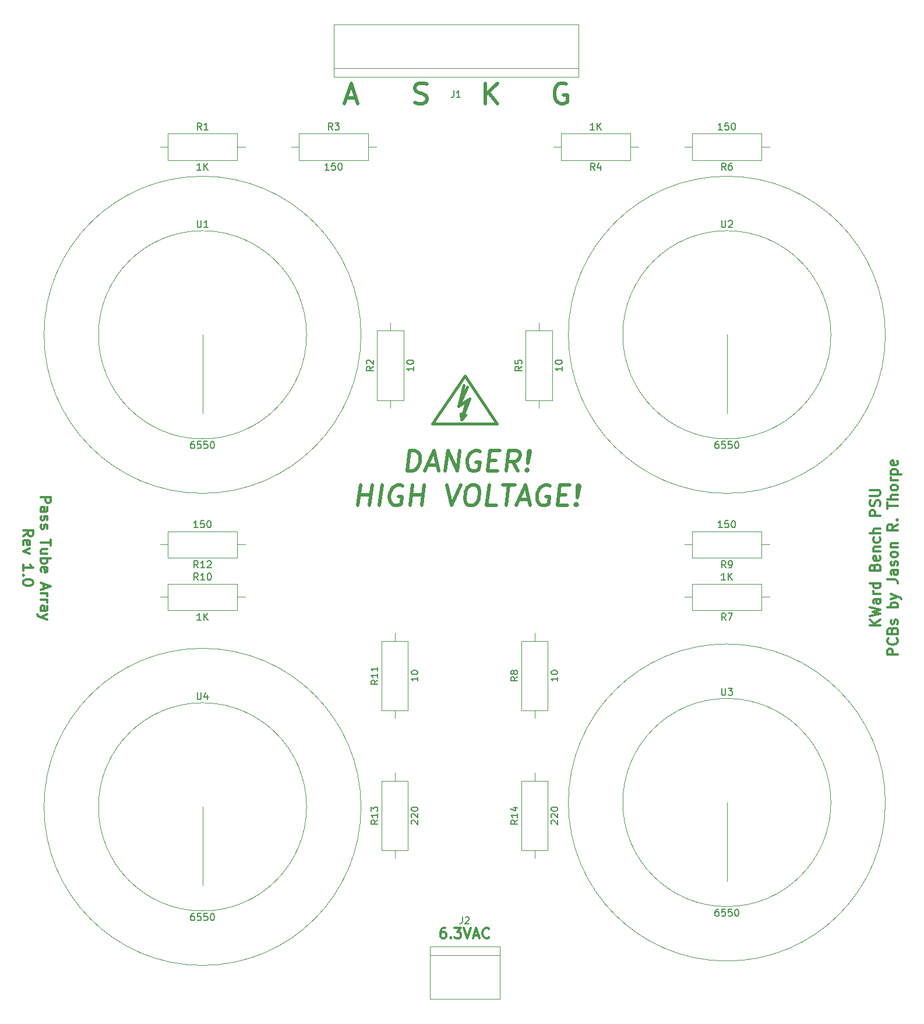
<source format=gbr>
%TF.GenerationSoftware,KiCad,Pcbnew,(5.1.12-1-10_14)*%
%TF.CreationDate,2022-01-04T15:34:02-08:00*%
%TF.ProjectId,pass-tube-array,70617373-2d74-4756-9265-2d6172726179,0.1*%
%TF.SameCoordinates,Original*%
%TF.FileFunction,Legend,Top*%
%TF.FilePolarity,Positive*%
%FSLAX46Y46*%
G04 Gerber Fmt 4.6, Leading zero omitted, Abs format (unit mm)*
G04 Created by KiCad (PCBNEW (5.1.12-1-10_14)) date 2022-01-04 15:34:02*
%MOMM*%
%LPD*%
G01*
G04 APERTURE LIST*
%ADD10C,0.500000*%
%ADD11C,0.300000*%
%ADD12C,0.120000*%
%ADD13C,0.381000*%
%ADD14C,0.150000*%
G04 APERTURE END LIST*
D10*
X225296696Y-133477142D02*
X225671696Y-130477142D01*
X226385982Y-130477142D01*
X226796696Y-130620000D01*
X227046696Y-130905714D01*
X227153839Y-131191428D01*
X227225267Y-131762857D01*
X227171696Y-132191428D01*
X226957410Y-132762857D01*
X226778839Y-133048571D01*
X226457410Y-133334285D01*
X226010982Y-133477142D01*
X225296696Y-133477142D01*
X228260982Y-132620000D02*
X229689553Y-132620000D01*
X227868125Y-133477142D02*
X229243125Y-130477142D01*
X229868125Y-133477142D01*
X230868125Y-133477142D02*
X231243125Y-130477142D01*
X232582410Y-133477142D01*
X232957410Y-130477142D01*
X235939553Y-130620000D02*
X235671696Y-130477142D01*
X235243125Y-130477142D01*
X234796696Y-130620000D01*
X234475267Y-130905714D01*
X234296696Y-131191428D01*
X234082410Y-131762857D01*
X234028839Y-132191428D01*
X234100267Y-132762857D01*
X234207410Y-133048571D01*
X234457410Y-133334285D01*
X234868125Y-133477142D01*
X235153839Y-133477142D01*
X235600267Y-133334285D01*
X235760982Y-133191428D01*
X235885982Y-132191428D01*
X235314553Y-132191428D01*
X237207410Y-131905714D02*
X238207410Y-131905714D01*
X238439553Y-133477142D02*
X237010982Y-133477142D01*
X237385982Y-130477142D01*
X238814553Y-130477142D01*
X241439553Y-133477142D02*
X240618125Y-132048571D01*
X239725267Y-133477142D02*
X240100267Y-130477142D01*
X241243125Y-130477142D01*
X241510982Y-130620000D01*
X241635982Y-130762857D01*
X241743125Y-131048571D01*
X241689553Y-131477142D01*
X241510982Y-131762857D01*
X241350267Y-131905714D01*
X241046696Y-132048571D01*
X239903839Y-132048571D01*
X242760982Y-133191428D02*
X242885982Y-133334285D01*
X242725267Y-133477142D01*
X242600267Y-133334285D01*
X242760982Y-133191428D01*
X242725267Y-133477142D01*
X242868125Y-132334285D02*
X242939553Y-130620000D01*
X243100267Y-130477142D01*
X243225267Y-130620000D01*
X242868125Y-132334285D01*
X243100267Y-130477142D01*
X218153839Y-138477142D02*
X218528839Y-135477142D01*
X218350267Y-136905714D02*
X220064553Y-136905714D01*
X219868125Y-138477142D02*
X220243125Y-135477142D01*
X221296696Y-138477142D02*
X221671696Y-135477142D01*
X224653839Y-135620000D02*
X224385982Y-135477142D01*
X223957410Y-135477142D01*
X223510982Y-135620000D01*
X223189553Y-135905714D01*
X223010982Y-136191428D01*
X222796696Y-136762857D01*
X222743125Y-137191428D01*
X222814553Y-137762857D01*
X222921696Y-138048571D01*
X223171696Y-138334285D01*
X223582410Y-138477142D01*
X223868125Y-138477142D01*
X224314553Y-138334285D01*
X224475267Y-138191428D01*
X224600267Y-137191428D01*
X224028839Y-137191428D01*
X225725267Y-138477142D02*
X226100267Y-135477142D01*
X225921696Y-136905714D02*
X227635982Y-136905714D01*
X227439553Y-138477142D02*
X227814553Y-135477142D01*
X231100267Y-135477142D02*
X231725267Y-138477142D01*
X233100267Y-135477142D01*
X234671696Y-135477142D02*
X235243125Y-135477142D01*
X235510982Y-135620000D01*
X235760982Y-135905714D01*
X235832410Y-136477142D01*
X235707410Y-137477142D01*
X235493125Y-138048571D01*
X235171696Y-138334285D01*
X234868125Y-138477142D01*
X234296696Y-138477142D01*
X234028839Y-138334285D01*
X233778839Y-138048571D01*
X233707410Y-137477142D01*
X233832410Y-136477142D01*
X234046696Y-135905714D01*
X234368125Y-135620000D01*
X234671696Y-135477142D01*
X238296696Y-138477142D02*
X236868125Y-138477142D01*
X237243125Y-135477142D01*
X239243125Y-135477142D02*
X240957410Y-135477142D01*
X239725267Y-138477142D02*
X240100267Y-135477142D01*
X241546696Y-137620000D02*
X242975267Y-137620000D01*
X241153839Y-138477142D02*
X242528839Y-135477142D01*
X243153839Y-138477142D01*
X246082410Y-135620000D02*
X245814553Y-135477142D01*
X245385982Y-135477142D01*
X244939553Y-135620000D01*
X244618125Y-135905714D01*
X244439553Y-136191428D01*
X244225267Y-136762857D01*
X244171696Y-137191428D01*
X244243125Y-137762857D01*
X244350267Y-138048571D01*
X244600267Y-138334285D01*
X245010982Y-138477142D01*
X245296696Y-138477142D01*
X245743125Y-138334285D01*
X245903839Y-138191428D01*
X246028839Y-137191428D01*
X245457410Y-137191428D01*
X247350267Y-136905714D02*
X248350267Y-136905714D01*
X248582410Y-138477142D02*
X247153839Y-138477142D01*
X247528839Y-135477142D01*
X248957410Y-135477142D01*
X249903839Y-138191428D02*
X250028839Y-138334285D01*
X249868125Y-138477142D01*
X249743125Y-138334285D01*
X249903839Y-138191428D01*
X249868125Y-138477142D01*
X250010982Y-137334285D02*
X250082410Y-135620000D01*
X250243125Y-135477142D01*
X250368125Y-135620000D01*
X250010982Y-137334285D01*
X250243125Y-135477142D01*
D11*
X172046428Y-137228571D02*
X173546428Y-137228571D01*
X173546428Y-137800000D01*
X173475000Y-137942857D01*
X173403571Y-138014285D01*
X173260714Y-138085714D01*
X173046428Y-138085714D01*
X172903571Y-138014285D01*
X172832142Y-137942857D01*
X172760714Y-137800000D01*
X172760714Y-137228571D01*
X172046428Y-139371428D02*
X172832142Y-139371428D01*
X172975000Y-139300000D01*
X173046428Y-139157142D01*
X173046428Y-138871428D01*
X172975000Y-138728571D01*
X172117857Y-139371428D02*
X172046428Y-139228571D01*
X172046428Y-138871428D01*
X172117857Y-138728571D01*
X172260714Y-138657142D01*
X172403571Y-138657142D01*
X172546428Y-138728571D01*
X172617857Y-138871428D01*
X172617857Y-139228571D01*
X172689285Y-139371428D01*
X172117857Y-140014285D02*
X172046428Y-140157142D01*
X172046428Y-140442857D01*
X172117857Y-140585714D01*
X172260714Y-140657142D01*
X172332142Y-140657142D01*
X172475000Y-140585714D01*
X172546428Y-140442857D01*
X172546428Y-140228571D01*
X172617857Y-140085714D01*
X172760714Y-140014285D01*
X172832142Y-140014285D01*
X172975000Y-140085714D01*
X173046428Y-140228571D01*
X173046428Y-140442857D01*
X172975000Y-140585714D01*
X172117857Y-141228571D02*
X172046428Y-141371428D01*
X172046428Y-141657142D01*
X172117857Y-141800000D01*
X172260714Y-141871428D01*
X172332142Y-141871428D01*
X172475000Y-141800000D01*
X172546428Y-141657142D01*
X172546428Y-141442857D01*
X172617857Y-141300000D01*
X172760714Y-141228571D01*
X172832142Y-141228571D01*
X172975000Y-141300000D01*
X173046428Y-141442857D01*
X173046428Y-141657142D01*
X172975000Y-141800000D01*
X173546428Y-143442857D02*
X173546428Y-144300000D01*
X172046428Y-143871428D02*
X173546428Y-143871428D01*
X173046428Y-145442857D02*
X172046428Y-145442857D01*
X173046428Y-144800000D02*
X172260714Y-144800000D01*
X172117857Y-144871428D01*
X172046428Y-145014285D01*
X172046428Y-145228571D01*
X172117857Y-145371428D01*
X172189285Y-145442857D01*
X172046428Y-146157142D02*
X173546428Y-146157142D01*
X172975000Y-146157142D02*
X173046428Y-146300000D01*
X173046428Y-146585714D01*
X172975000Y-146728571D01*
X172903571Y-146800000D01*
X172760714Y-146871428D01*
X172332142Y-146871428D01*
X172189285Y-146800000D01*
X172117857Y-146728571D01*
X172046428Y-146585714D01*
X172046428Y-146300000D01*
X172117857Y-146157142D01*
X172117857Y-148085714D02*
X172046428Y-147942857D01*
X172046428Y-147657142D01*
X172117857Y-147514285D01*
X172260714Y-147442857D01*
X172832142Y-147442857D01*
X172975000Y-147514285D01*
X173046428Y-147657142D01*
X173046428Y-147942857D01*
X172975000Y-148085714D01*
X172832142Y-148157142D01*
X172689285Y-148157142D01*
X172546428Y-147442857D01*
X172475000Y-149871428D02*
X172475000Y-150585714D01*
X172046428Y-149728571D02*
X173546428Y-150228571D01*
X172046428Y-150728571D01*
X172046428Y-151228571D02*
X173046428Y-151228571D01*
X172760714Y-151228571D02*
X172903571Y-151300000D01*
X172975000Y-151371428D01*
X173046428Y-151514285D01*
X173046428Y-151657142D01*
X172046428Y-152157142D02*
X173046428Y-152157142D01*
X172760714Y-152157142D02*
X172903571Y-152228571D01*
X172975000Y-152300000D01*
X173046428Y-152442857D01*
X173046428Y-152585714D01*
X172046428Y-153728571D02*
X172832142Y-153728571D01*
X172975000Y-153657142D01*
X173046428Y-153514285D01*
X173046428Y-153228571D01*
X172975000Y-153085714D01*
X172117857Y-153728571D02*
X172046428Y-153585714D01*
X172046428Y-153228571D01*
X172117857Y-153085714D01*
X172260714Y-153014285D01*
X172403571Y-153014285D01*
X172546428Y-153085714D01*
X172617857Y-153228571D01*
X172617857Y-153585714D01*
X172689285Y-153728571D01*
X173046428Y-154300000D02*
X172046428Y-154657142D01*
X173046428Y-155014285D02*
X172046428Y-154657142D01*
X171689285Y-154514285D01*
X171617857Y-154442857D01*
X171546428Y-154300000D01*
X169496428Y-142942857D02*
X170210714Y-142442857D01*
X169496428Y-142085714D02*
X170996428Y-142085714D01*
X170996428Y-142657142D01*
X170925000Y-142800000D01*
X170853571Y-142871428D01*
X170710714Y-142942857D01*
X170496428Y-142942857D01*
X170353571Y-142871428D01*
X170282142Y-142800000D01*
X170210714Y-142657142D01*
X170210714Y-142085714D01*
X169567857Y-144157142D02*
X169496428Y-144014285D01*
X169496428Y-143728571D01*
X169567857Y-143585714D01*
X169710714Y-143514285D01*
X170282142Y-143514285D01*
X170425000Y-143585714D01*
X170496428Y-143728571D01*
X170496428Y-144014285D01*
X170425000Y-144157142D01*
X170282142Y-144228571D01*
X170139285Y-144228571D01*
X169996428Y-143514285D01*
X170496428Y-144728571D02*
X169496428Y-145085714D01*
X170496428Y-145442857D01*
X169496428Y-147942857D02*
X169496428Y-147085714D01*
X169496428Y-147514285D02*
X170996428Y-147514285D01*
X170782142Y-147371428D01*
X170639285Y-147228571D01*
X170567857Y-147085714D01*
X169639285Y-148585714D02*
X169567857Y-148657142D01*
X169496428Y-148585714D01*
X169567857Y-148514285D01*
X169639285Y-148585714D01*
X169496428Y-148585714D01*
X170996428Y-149585714D02*
X170996428Y-149728571D01*
X170925000Y-149871428D01*
X170853571Y-149942857D01*
X170710714Y-150014285D01*
X170425000Y-150085714D01*
X170067857Y-150085714D01*
X169782142Y-150014285D01*
X169639285Y-149942857D01*
X169567857Y-149871428D01*
X169496428Y-149728571D01*
X169496428Y-149585714D01*
X169567857Y-149442857D01*
X169639285Y-149371428D01*
X169782142Y-149300000D01*
X170067857Y-149228571D01*
X170425000Y-149228571D01*
X170710714Y-149300000D01*
X170853571Y-149371428D01*
X170925000Y-149442857D01*
X170996428Y-149585714D01*
X294043571Y-155907142D02*
X292543571Y-155907142D01*
X294043571Y-155050000D02*
X293186428Y-155692857D01*
X292543571Y-155050000D02*
X293400714Y-155907142D01*
X292543571Y-154550000D02*
X294043571Y-154192857D01*
X292972142Y-153907142D01*
X294043571Y-153621428D01*
X292543571Y-153264285D01*
X294043571Y-152050000D02*
X293257857Y-152050000D01*
X293115000Y-152121428D01*
X293043571Y-152264285D01*
X293043571Y-152550000D01*
X293115000Y-152692857D01*
X293972142Y-152050000D02*
X294043571Y-152192857D01*
X294043571Y-152550000D01*
X293972142Y-152692857D01*
X293829285Y-152764285D01*
X293686428Y-152764285D01*
X293543571Y-152692857D01*
X293472142Y-152550000D01*
X293472142Y-152192857D01*
X293400714Y-152050000D01*
X294043571Y-151335714D02*
X293043571Y-151335714D01*
X293329285Y-151335714D02*
X293186428Y-151264285D01*
X293115000Y-151192857D01*
X293043571Y-151050000D01*
X293043571Y-150907142D01*
X294043571Y-149764285D02*
X292543571Y-149764285D01*
X293972142Y-149764285D02*
X294043571Y-149907142D01*
X294043571Y-150192857D01*
X293972142Y-150335714D01*
X293900714Y-150407142D01*
X293757857Y-150478571D01*
X293329285Y-150478571D01*
X293186428Y-150407142D01*
X293115000Y-150335714D01*
X293043571Y-150192857D01*
X293043571Y-149907142D01*
X293115000Y-149764285D01*
X293257857Y-147407142D02*
X293329285Y-147192857D01*
X293400714Y-147121428D01*
X293543571Y-147050000D01*
X293757857Y-147050000D01*
X293900714Y-147121428D01*
X293972142Y-147192857D01*
X294043571Y-147335714D01*
X294043571Y-147907142D01*
X292543571Y-147907142D01*
X292543571Y-147407142D01*
X292615000Y-147264285D01*
X292686428Y-147192857D01*
X292829285Y-147121428D01*
X292972142Y-147121428D01*
X293115000Y-147192857D01*
X293186428Y-147264285D01*
X293257857Y-147407142D01*
X293257857Y-147907142D01*
X293972142Y-145835714D02*
X294043571Y-145978571D01*
X294043571Y-146264285D01*
X293972142Y-146407142D01*
X293829285Y-146478571D01*
X293257857Y-146478571D01*
X293115000Y-146407142D01*
X293043571Y-146264285D01*
X293043571Y-145978571D01*
X293115000Y-145835714D01*
X293257857Y-145764285D01*
X293400714Y-145764285D01*
X293543571Y-146478571D01*
X293043571Y-145121428D02*
X294043571Y-145121428D01*
X293186428Y-145121428D02*
X293115000Y-145050000D01*
X293043571Y-144907142D01*
X293043571Y-144692857D01*
X293115000Y-144550000D01*
X293257857Y-144478571D01*
X294043571Y-144478571D01*
X293972142Y-143121428D02*
X294043571Y-143264285D01*
X294043571Y-143550000D01*
X293972142Y-143692857D01*
X293900714Y-143764285D01*
X293757857Y-143835714D01*
X293329285Y-143835714D01*
X293186428Y-143764285D01*
X293115000Y-143692857D01*
X293043571Y-143550000D01*
X293043571Y-143264285D01*
X293115000Y-143121428D01*
X294043571Y-142478571D02*
X292543571Y-142478571D01*
X294043571Y-141835714D02*
X293257857Y-141835714D01*
X293115000Y-141907142D01*
X293043571Y-142050000D01*
X293043571Y-142264285D01*
X293115000Y-142407142D01*
X293186428Y-142478571D01*
X294043571Y-139978571D02*
X292543571Y-139978571D01*
X292543571Y-139407142D01*
X292615000Y-139264285D01*
X292686428Y-139192857D01*
X292829285Y-139121428D01*
X293043571Y-139121428D01*
X293186428Y-139192857D01*
X293257857Y-139264285D01*
X293329285Y-139407142D01*
X293329285Y-139978571D01*
X293972142Y-138550000D02*
X294043571Y-138335714D01*
X294043571Y-137978571D01*
X293972142Y-137835714D01*
X293900714Y-137764285D01*
X293757857Y-137692857D01*
X293615000Y-137692857D01*
X293472142Y-137764285D01*
X293400714Y-137835714D01*
X293329285Y-137978571D01*
X293257857Y-138264285D01*
X293186428Y-138407142D01*
X293115000Y-138478571D01*
X292972142Y-138550000D01*
X292829285Y-138550000D01*
X292686428Y-138478571D01*
X292615000Y-138407142D01*
X292543571Y-138264285D01*
X292543571Y-137907142D01*
X292615000Y-137692857D01*
X292543571Y-137050000D02*
X293757857Y-137050000D01*
X293900714Y-136978571D01*
X293972142Y-136907142D01*
X294043571Y-136764285D01*
X294043571Y-136478571D01*
X293972142Y-136335714D01*
X293900714Y-136264285D01*
X293757857Y-136192857D01*
X292543571Y-136192857D01*
X296593571Y-160121428D02*
X295093571Y-160121428D01*
X295093571Y-159550000D01*
X295165000Y-159407142D01*
X295236428Y-159335714D01*
X295379285Y-159264285D01*
X295593571Y-159264285D01*
X295736428Y-159335714D01*
X295807857Y-159407142D01*
X295879285Y-159550000D01*
X295879285Y-160121428D01*
X296450714Y-157764285D02*
X296522142Y-157835714D01*
X296593571Y-158050000D01*
X296593571Y-158192857D01*
X296522142Y-158407142D01*
X296379285Y-158550000D01*
X296236428Y-158621428D01*
X295950714Y-158692857D01*
X295736428Y-158692857D01*
X295450714Y-158621428D01*
X295307857Y-158550000D01*
X295165000Y-158407142D01*
X295093571Y-158192857D01*
X295093571Y-158050000D01*
X295165000Y-157835714D01*
X295236428Y-157764285D01*
X295807857Y-156621428D02*
X295879285Y-156407142D01*
X295950714Y-156335714D01*
X296093571Y-156264285D01*
X296307857Y-156264285D01*
X296450714Y-156335714D01*
X296522142Y-156407142D01*
X296593571Y-156550000D01*
X296593571Y-157121428D01*
X295093571Y-157121428D01*
X295093571Y-156621428D01*
X295165000Y-156478571D01*
X295236428Y-156407142D01*
X295379285Y-156335714D01*
X295522142Y-156335714D01*
X295665000Y-156407142D01*
X295736428Y-156478571D01*
X295807857Y-156621428D01*
X295807857Y-157121428D01*
X296522142Y-155692857D02*
X296593571Y-155550000D01*
X296593571Y-155264285D01*
X296522142Y-155121428D01*
X296379285Y-155050000D01*
X296307857Y-155050000D01*
X296165000Y-155121428D01*
X296093571Y-155264285D01*
X296093571Y-155478571D01*
X296022142Y-155621428D01*
X295879285Y-155692857D01*
X295807857Y-155692857D01*
X295665000Y-155621428D01*
X295593571Y-155478571D01*
X295593571Y-155264285D01*
X295665000Y-155121428D01*
X296593571Y-153264285D02*
X295093571Y-153264285D01*
X295665000Y-153264285D02*
X295593571Y-153121428D01*
X295593571Y-152835714D01*
X295665000Y-152692857D01*
X295736428Y-152621428D01*
X295879285Y-152550000D01*
X296307857Y-152550000D01*
X296450714Y-152621428D01*
X296522142Y-152692857D01*
X296593571Y-152835714D01*
X296593571Y-153121428D01*
X296522142Y-153264285D01*
X295593571Y-152050000D02*
X296593571Y-151692857D01*
X295593571Y-151335714D02*
X296593571Y-151692857D01*
X296950714Y-151835714D01*
X297022142Y-151907142D01*
X297093571Y-152050000D01*
X295093571Y-149192857D02*
X296165000Y-149192857D01*
X296379285Y-149264285D01*
X296522142Y-149407142D01*
X296593571Y-149621428D01*
X296593571Y-149764285D01*
X296593571Y-147835714D02*
X295807857Y-147835714D01*
X295665000Y-147907142D01*
X295593571Y-148050000D01*
X295593571Y-148335714D01*
X295665000Y-148478571D01*
X296522142Y-147835714D02*
X296593571Y-147978571D01*
X296593571Y-148335714D01*
X296522142Y-148478571D01*
X296379285Y-148550000D01*
X296236428Y-148550000D01*
X296093571Y-148478571D01*
X296022142Y-148335714D01*
X296022142Y-147978571D01*
X295950714Y-147835714D01*
X296522142Y-147192857D02*
X296593571Y-147050000D01*
X296593571Y-146764285D01*
X296522142Y-146621428D01*
X296379285Y-146550000D01*
X296307857Y-146550000D01*
X296165000Y-146621428D01*
X296093571Y-146764285D01*
X296093571Y-146978571D01*
X296022142Y-147121428D01*
X295879285Y-147192857D01*
X295807857Y-147192857D01*
X295665000Y-147121428D01*
X295593571Y-146978571D01*
X295593571Y-146764285D01*
X295665000Y-146621428D01*
X296593571Y-145692857D02*
X296522142Y-145835714D01*
X296450714Y-145907142D01*
X296307857Y-145978571D01*
X295879285Y-145978571D01*
X295736428Y-145907142D01*
X295665000Y-145835714D01*
X295593571Y-145692857D01*
X295593571Y-145478571D01*
X295665000Y-145335714D01*
X295736428Y-145264285D01*
X295879285Y-145192857D01*
X296307857Y-145192857D01*
X296450714Y-145264285D01*
X296522142Y-145335714D01*
X296593571Y-145478571D01*
X296593571Y-145692857D01*
X295593571Y-144550000D02*
X296593571Y-144550000D01*
X295736428Y-144550000D02*
X295665000Y-144478571D01*
X295593571Y-144335714D01*
X295593571Y-144121428D01*
X295665000Y-143978571D01*
X295807857Y-143907142D01*
X296593571Y-143907142D01*
X296593571Y-141192857D02*
X295879285Y-141692857D01*
X296593571Y-142050000D02*
X295093571Y-142050000D01*
X295093571Y-141478571D01*
X295165000Y-141335714D01*
X295236428Y-141264285D01*
X295379285Y-141192857D01*
X295593571Y-141192857D01*
X295736428Y-141264285D01*
X295807857Y-141335714D01*
X295879285Y-141478571D01*
X295879285Y-142050000D01*
X296450714Y-140550000D02*
X296522142Y-140478571D01*
X296593571Y-140550000D01*
X296522142Y-140621428D01*
X296450714Y-140550000D01*
X296593571Y-140550000D01*
X295093571Y-138907142D02*
X295093571Y-138050000D01*
X296593571Y-138478571D02*
X295093571Y-138478571D01*
X296593571Y-137550000D02*
X295093571Y-137550000D01*
X296593571Y-136907142D02*
X295807857Y-136907142D01*
X295665000Y-136978571D01*
X295593571Y-137121428D01*
X295593571Y-137335714D01*
X295665000Y-137478571D01*
X295736428Y-137550000D01*
X296593571Y-135978571D02*
X296522142Y-136121428D01*
X296450714Y-136192857D01*
X296307857Y-136264285D01*
X295879285Y-136264285D01*
X295736428Y-136192857D01*
X295665000Y-136121428D01*
X295593571Y-135978571D01*
X295593571Y-135764285D01*
X295665000Y-135621428D01*
X295736428Y-135550000D01*
X295879285Y-135478571D01*
X296307857Y-135478571D01*
X296450714Y-135550000D01*
X296522142Y-135621428D01*
X296593571Y-135764285D01*
X296593571Y-135978571D01*
X296593571Y-134835714D02*
X295593571Y-134835714D01*
X295879285Y-134835714D02*
X295736428Y-134764285D01*
X295665000Y-134692857D01*
X295593571Y-134550000D01*
X295593571Y-134407142D01*
X295593571Y-133907142D02*
X297093571Y-133907142D01*
X295665000Y-133907142D02*
X295593571Y-133764285D01*
X295593571Y-133478571D01*
X295665000Y-133335714D01*
X295736428Y-133264285D01*
X295879285Y-133192857D01*
X296307857Y-133192857D01*
X296450714Y-133264285D01*
X296522142Y-133335714D01*
X296593571Y-133478571D01*
X296593571Y-133764285D01*
X296522142Y-133907142D01*
X296522142Y-131978571D02*
X296593571Y-132121428D01*
X296593571Y-132407142D01*
X296522142Y-132550000D01*
X296379285Y-132621428D01*
X295807857Y-132621428D01*
X295665000Y-132550000D01*
X295593571Y-132407142D01*
X295593571Y-132121428D01*
X295665000Y-131978571D01*
X295807857Y-131907142D01*
X295950714Y-131907142D01*
X296093571Y-132621428D01*
D10*
X248435714Y-77240000D02*
X248150000Y-77097142D01*
X247721428Y-77097142D01*
X247292857Y-77240000D01*
X247007142Y-77525714D01*
X246864285Y-77811428D01*
X246721428Y-78382857D01*
X246721428Y-78811428D01*
X246864285Y-79382857D01*
X247007142Y-79668571D01*
X247292857Y-79954285D01*
X247721428Y-80097142D01*
X248007142Y-80097142D01*
X248435714Y-79954285D01*
X248578571Y-79811428D01*
X248578571Y-78811428D01*
X248007142Y-78811428D01*
X236704285Y-80097142D02*
X236704285Y-77097142D01*
X238418571Y-80097142D02*
X237132857Y-78382857D01*
X238418571Y-77097142D02*
X236704285Y-78811428D01*
X226472857Y-79954285D02*
X226901428Y-80097142D01*
X227615714Y-80097142D01*
X227901428Y-79954285D01*
X228044285Y-79811428D01*
X228187142Y-79525714D01*
X228187142Y-79240000D01*
X228044285Y-78954285D01*
X227901428Y-78811428D01*
X227615714Y-78668571D01*
X227044285Y-78525714D01*
X226758571Y-78382857D01*
X226615714Y-78240000D01*
X226472857Y-77954285D01*
X226472857Y-77668571D01*
X226615714Y-77382857D01*
X226758571Y-77240000D01*
X227044285Y-77097142D01*
X227758571Y-77097142D01*
X228187142Y-77240000D01*
X216455714Y-79240000D02*
X217884285Y-79240000D01*
X216170000Y-80097142D02*
X217170000Y-77097142D01*
X218170000Y-80097142D01*
D11*
X230858571Y-199838571D02*
X230572857Y-199838571D01*
X230430000Y-199910000D01*
X230358571Y-199981428D01*
X230215714Y-200195714D01*
X230144285Y-200481428D01*
X230144285Y-201052857D01*
X230215714Y-201195714D01*
X230287142Y-201267142D01*
X230430000Y-201338571D01*
X230715714Y-201338571D01*
X230858571Y-201267142D01*
X230930000Y-201195714D01*
X231001428Y-201052857D01*
X231001428Y-200695714D01*
X230930000Y-200552857D01*
X230858571Y-200481428D01*
X230715714Y-200410000D01*
X230430000Y-200410000D01*
X230287142Y-200481428D01*
X230215714Y-200552857D01*
X230144285Y-200695714D01*
X231644285Y-201195714D02*
X231715714Y-201267142D01*
X231644285Y-201338571D01*
X231572857Y-201267142D01*
X231644285Y-201195714D01*
X231644285Y-201338571D01*
X232215714Y-199838571D02*
X233144285Y-199838571D01*
X232644285Y-200410000D01*
X232858571Y-200410000D01*
X233001428Y-200481428D01*
X233072857Y-200552857D01*
X233144285Y-200695714D01*
X233144285Y-201052857D01*
X233072857Y-201195714D01*
X233001428Y-201267142D01*
X232858571Y-201338571D01*
X232430000Y-201338571D01*
X232287142Y-201267142D01*
X232215714Y-201195714D01*
X233572857Y-199838571D02*
X234072857Y-201338571D01*
X234572857Y-199838571D01*
X235001428Y-200910000D02*
X235715714Y-200910000D01*
X234858571Y-201338571D02*
X235358571Y-199838571D01*
X235858571Y-201338571D01*
X237215714Y-201195714D02*
X237144285Y-201267142D01*
X236930000Y-201338571D01*
X236787142Y-201338571D01*
X236572857Y-201267142D01*
X236430000Y-201124285D01*
X236358571Y-200981428D01*
X236287142Y-200695714D01*
X236287142Y-200481428D01*
X236358571Y-200195714D01*
X236430000Y-200052857D01*
X236572857Y-199910000D01*
X236787142Y-199838571D01*
X236930000Y-199838571D01*
X237144285Y-199910000D01*
X237215714Y-199981428D01*
D12*
%TO.C,R11*%
X221600000Y-168265000D02*
X225440000Y-168265000D01*
X225440000Y-168265000D02*
X225440000Y-158125000D01*
X225440000Y-158125000D02*
X221600000Y-158125000D01*
X221600000Y-158125000D02*
X221600000Y-168265000D01*
X223520000Y-169375000D02*
X223520000Y-168265000D01*
X223520000Y-157015000D02*
X223520000Y-158125000D01*
%TO.C,U1*%
X195580000Y-113665000D02*
X195580000Y-125095000D01*
X218610000Y-113665000D02*
G75*
G03*
X218610000Y-113665000I-23030000J0D01*
G01*
X210700000Y-113665000D02*
G75*
G03*
X210700000Y-113665000I-15120000J0D01*
G01*
%TO.C,U2*%
X271780000Y-113665000D02*
X271780000Y-125095000D01*
X294810000Y-113665000D02*
G75*
G03*
X294810000Y-113665000I-23030000J0D01*
G01*
X286900000Y-113665000D02*
G75*
G03*
X286900000Y-113665000I-15120000J0D01*
G01*
%TO.C,U3*%
X271780000Y-181610000D02*
X271780000Y-193040000D01*
X294810000Y-181610000D02*
G75*
G03*
X294810000Y-181610000I-23030000J0D01*
G01*
X286900000Y-181610000D02*
G75*
G03*
X286900000Y-181610000I-15120000J0D01*
G01*
%TO.C,U4*%
X195580000Y-182245000D02*
X195580000Y-193675000D01*
X218610000Y-182245000D02*
G75*
G03*
X218610000Y-182245000I-23030000J0D01*
G01*
X210700000Y-182245000D02*
G75*
G03*
X210700000Y-182245000I-15120000J0D01*
G01*
D13*
%TO.C,REF\u002A\u002A*%
X233182160Y-126024640D02*
X234381040Y-122925840D01*
X234381040Y-122925840D02*
X233781600Y-123324620D01*
X232780840Y-124025660D02*
X234081320Y-121224040D01*
X233182160Y-126024640D02*
X233781600Y-125326140D01*
X233580940Y-121025920D02*
X232780840Y-124025660D01*
X232780840Y-124025660D02*
X233979720Y-123225560D01*
X233979720Y-123225560D02*
X233182160Y-126024640D01*
X233182160Y-126024640D02*
X233080560Y-125125480D01*
X233680000Y-119634000D02*
X238379000Y-126619000D01*
X238379000Y-126619000D02*
X228981000Y-126619000D01*
X228981000Y-126619000D02*
X233680000Y-119634000D01*
D12*
%TO.C,J1*%
X214630000Y-76200000D02*
X250190000Y-76200000D01*
X214630000Y-68580000D02*
X250190000Y-68580000D01*
X214630000Y-74930000D02*
X250190000Y-74930000D01*
X250190000Y-76200000D02*
X250190000Y-68580000D01*
X214630000Y-76200000D02*
X214630000Y-68580000D01*
%TO.C,J2*%
X238760000Y-202565000D02*
X228600000Y-202565000D01*
X238760000Y-210185000D02*
X238760000Y-202565000D01*
X228600000Y-210185000D02*
X238760000Y-210185000D01*
X228600000Y-202565000D02*
X228600000Y-210185000D01*
X228600000Y-203835000D02*
X238760000Y-203835000D01*
%TO.C,R1*%
X201760000Y-86360000D02*
X200650000Y-86360000D01*
X189400000Y-86360000D02*
X190510000Y-86360000D01*
X200650000Y-84440000D02*
X190510000Y-84440000D01*
X200650000Y-88280000D02*
X200650000Y-84440000D01*
X190510000Y-88280000D02*
X200650000Y-88280000D01*
X190510000Y-84440000D02*
X190510000Y-88280000D01*
%TO.C,R2*%
X222885000Y-111930000D02*
X222885000Y-113040000D01*
X222885000Y-124290000D02*
X222885000Y-123180000D01*
X220965000Y-113040000D02*
X220965000Y-123180000D01*
X224805000Y-113040000D02*
X220965000Y-113040000D01*
X224805000Y-123180000D02*
X224805000Y-113040000D01*
X220965000Y-123180000D02*
X224805000Y-123180000D01*
%TO.C,R3*%
X220810000Y-86360000D02*
X219700000Y-86360000D01*
X208450000Y-86360000D02*
X209560000Y-86360000D01*
X219700000Y-84440000D02*
X209560000Y-84440000D01*
X219700000Y-88280000D02*
X219700000Y-84440000D01*
X209560000Y-88280000D02*
X219700000Y-88280000D01*
X209560000Y-84440000D02*
X209560000Y-88280000D01*
%TO.C,R4*%
X257800000Y-88280000D02*
X257800000Y-84440000D01*
X257800000Y-84440000D02*
X247660000Y-84440000D01*
X247660000Y-84440000D02*
X247660000Y-88280000D01*
X247660000Y-88280000D02*
X257800000Y-88280000D01*
X258910000Y-86360000D02*
X257800000Y-86360000D01*
X246550000Y-86360000D02*
X247660000Y-86360000D01*
%TO.C,R5*%
X242555000Y-123180000D02*
X246395000Y-123180000D01*
X246395000Y-123180000D02*
X246395000Y-113040000D01*
X246395000Y-113040000D02*
X242555000Y-113040000D01*
X242555000Y-113040000D02*
X242555000Y-123180000D01*
X244475000Y-124290000D02*
X244475000Y-123180000D01*
X244475000Y-111930000D02*
X244475000Y-113040000D01*
%TO.C,R6*%
X276850000Y-88280000D02*
X276850000Y-84440000D01*
X276850000Y-84440000D02*
X266710000Y-84440000D01*
X266710000Y-84440000D02*
X266710000Y-88280000D01*
X266710000Y-88280000D02*
X276850000Y-88280000D01*
X277960000Y-86360000D02*
X276850000Y-86360000D01*
X265600000Y-86360000D02*
X266710000Y-86360000D01*
%TO.C,R7*%
X265600000Y-151765000D02*
X266710000Y-151765000D01*
X277960000Y-151765000D02*
X276850000Y-151765000D01*
X266710000Y-153685000D02*
X276850000Y-153685000D01*
X266710000Y-149845000D02*
X266710000Y-153685000D01*
X276850000Y-149845000D02*
X266710000Y-149845000D01*
X276850000Y-153685000D02*
X276850000Y-149845000D01*
%TO.C,R8*%
X243840000Y-157015000D02*
X243840000Y-158125000D01*
X243840000Y-169375000D02*
X243840000Y-168265000D01*
X241920000Y-158125000D02*
X241920000Y-168265000D01*
X245760000Y-158125000D02*
X241920000Y-158125000D01*
X245760000Y-168265000D02*
X245760000Y-158125000D01*
X241920000Y-168265000D02*
X245760000Y-168265000D01*
%TO.C,R9*%
X265600000Y-144145000D02*
X266710000Y-144145000D01*
X277960000Y-144145000D02*
X276850000Y-144145000D01*
X266710000Y-146065000D02*
X276850000Y-146065000D01*
X266710000Y-142225000D02*
X266710000Y-146065000D01*
X276850000Y-142225000D02*
X266710000Y-142225000D01*
X276850000Y-146065000D02*
X276850000Y-142225000D01*
%TO.C,R10*%
X190510000Y-149845000D02*
X190510000Y-153685000D01*
X190510000Y-153685000D02*
X200650000Y-153685000D01*
X200650000Y-153685000D02*
X200650000Y-149845000D01*
X200650000Y-149845000D02*
X190510000Y-149845000D01*
X189400000Y-151765000D02*
X190510000Y-151765000D01*
X201760000Y-151765000D02*
X200650000Y-151765000D01*
%TO.C,R12*%
X200650000Y-146065000D02*
X200650000Y-142225000D01*
X200650000Y-142225000D02*
X190510000Y-142225000D01*
X190510000Y-142225000D02*
X190510000Y-146065000D01*
X190510000Y-146065000D02*
X200650000Y-146065000D01*
X201760000Y-144145000D02*
X200650000Y-144145000D01*
X189400000Y-144145000D02*
X190510000Y-144145000D01*
%TO.C,R13*%
X223520000Y-177335000D02*
X223520000Y-178445000D01*
X223520000Y-189695000D02*
X223520000Y-188585000D01*
X221600000Y-178445000D02*
X221600000Y-188585000D01*
X225440000Y-178445000D02*
X221600000Y-178445000D01*
X225440000Y-188585000D02*
X225440000Y-178445000D01*
X221600000Y-188585000D02*
X225440000Y-188585000D01*
%TO.C,R14*%
X241920000Y-188585000D02*
X245760000Y-188585000D01*
X245760000Y-188585000D02*
X245760000Y-178445000D01*
X245760000Y-178445000D02*
X241920000Y-178445000D01*
X241920000Y-178445000D02*
X241920000Y-188585000D01*
X243840000Y-189695000D02*
X243840000Y-188585000D01*
X243840000Y-177335000D02*
X243840000Y-178445000D01*
%TO.C,R11*%
D14*
X221052380Y-163837857D02*
X220576190Y-164171190D01*
X221052380Y-164409285D02*
X220052380Y-164409285D01*
X220052380Y-164028333D01*
X220100000Y-163933095D01*
X220147619Y-163885476D01*
X220242857Y-163837857D01*
X220385714Y-163837857D01*
X220480952Y-163885476D01*
X220528571Y-163933095D01*
X220576190Y-164028333D01*
X220576190Y-164409285D01*
X221052380Y-162885476D02*
X221052380Y-163456904D01*
X221052380Y-163171190D02*
X220052380Y-163171190D01*
X220195238Y-163266428D01*
X220290476Y-163361666D01*
X220338095Y-163456904D01*
X221052380Y-161933095D02*
X221052380Y-162504523D01*
X221052380Y-162218809D02*
X220052380Y-162218809D01*
X220195238Y-162314047D01*
X220290476Y-162409285D01*
X220338095Y-162504523D01*
X226892380Y-163385476D02*
X226892380Y-163956904D01*
X226892380Y-163671190D02*
X225892380Y-163671190D01*
X226035238Y-163766428D01*
X226130476Y-163861666D01*
X226178095Y-163956904D01*
X225892380Y-162766428D02*
X225892380Y-162671190D01*
X225940000Y-162575952D01*
X225987619Y-162528333D01*
X226082857Y-162480714D01*
X226273333Y-162433095D01*
X226511428Y-162433095D01*
X226701904Y-162480714D01*
X226797142Y-162528333D01*
X226844761Y-162575952D01*
X226892380Y-162671190D01*
X226892380Y-162766428D01*
X226844761Y-162861666D01*
X226797142Y-162909285D01*
X226701904Y-162956904D01*
X226511428Y-163004523D01*
X226273333Y-163004523D01*
X226082857Y-162956904D01*
X225987619Y-162909285D01*
X225940000Y-162861666D01*
X225892380Y-162766428D01*
%TO.C,U1*%
X194818095Y-97072380D02*
X194818095Y-97881904D01*
X194865714Y-97977142D01*
X194913333Y-98024761D01*
X195008571Y-98072380D01*
X195199047Y-98072380D01*
X195294285Y-98024761D01*
X195341904Y-97977142D01*
X195389523Y-97881904D01*
X195389523Y-97072380D01*
X196389523Y-98072380D02*
X195818095Y-98072380D01*
X196103809Y-98072380D02*
X196103809Y-97072380D01*
X196008571Y-97215238D01*
X195913333Y-97310476D01*
X195818095Y-97358095D01*
X194341904Y-129162380D02*
X194151428Y-129162380D01*
X194056190Y-129210000D01*
X194008571Y-129257619D01*
X193913333Y-129400476D01*
X193865714Y-129590952D01*
X193865714Y-129971904D01*
X193913333Y-130067142D01*
X193960952Y-130114761D01*
X194056190Y-130162380D01*
X194246666Y-130162380D01*
X194341904Y-130114761D01*
X194389523Y-130067142D01*
X194437142Y-129971904D01*
X194437142Y-129733809D01*
X194389523Y-129638571D01*
X194341904Y-129590952D01*
X194246666Y-129543333D01*
X194056190Y-129543333D01*
X193960952Y-129590952D01*
X193913333Y-129638571D01*
X193865714Y-129733809D01*
X195341904Y-129162380D02*
X194865714Y-129162380D01*
X194818095Y-129638571D01*
X194865714Y-129590952D01*
X194960952Y-129543333D01*
X195199047Y-129543333D01*
X195294285Y-129590952D01*
X195341904Y-129638571D01*
X195389523Y-129733809D01*
X195389523Y-129971904D01*
X195341904Y-130067142D01*
X195294285Y-130114761D01*
X195199047Y-130162380D01*
X194960952Y-130162380D01*
X194865714Y-130114761D01*
X194818095Y-130067142D01*
X196294285Y-129162380D02*
X195818095Y-129162380D01*
X195770476Y-129638571D01*
X195818095Y-129590952D01*
X195913333Y-129543333D01*
X196151428Y-129543333D01*
X196246666Y-129590952D01*
X196294285Y-129638571D01*
X196341904Y-129733809D01*
X196341904Y-129971904D01*
X196294285Y-130067142D01*
X196246666Y-130114761D01*
X196151428Y-130162380D01*
X195913333Y-130162380D01*
X195818095Y-130114761D01*
X195770476Y-130067142D01*
X196960952Y-129162380D02*
X197056190Y-129162380D01*
X197151428Y-129210000D01*
X197199047Y-129257619D01*
X197246666Y-129352857D01*
X197294285Y-129543333D01*
X197294285Y-129781428D01*
X197246666Y-129971904D01*
X197199047Y-130067142D01*
X197151428Y-130114761D01*
X197056190Y-130162380D01*
X196960952Y-130162380D01*
X196865714Y-130114761D01*
X196818095Y-130067142D01*
X196770476Y-129971904D01*
X196722857Y-129781428D01*
X196722857Y-129543333D01*
X196770476Y-129352857D01*
X196818095Y-129257619D01*
X196865714Y-129210000D01*
X196960952Y-129162380D01*
%TO.C,U2*%
X271018095Y-97072380D02*
X271018095Y-97881904D01*
X271065714Y-97977142D01*
X271113333Y-98024761D01*
X271208571Y-98072380D01*
X271399047Y-98072380D01*
X271494285Y-98024761D01*
X271541904Y-97977142D01*
X271589523Y-97881904D01*
X271589523Y-97072380D01*
X272018095Y-97167619D02*
X272065714Y-97120000D01*
X272160952Y-97072380D01*
X272399047Y-97072380D01*
X272494285Y-97120000D01*
X272541904Y-97167619D01*
X272589523Y-97262857D01*
X272589523Y-97358095D01*
X272541904Y-97500952D01*
X271970476Y-98072380D01*
X272589523Y-98072380D01*
X270541904Y-129162380D02*
X270351428Y-129162380D01*
X270256190Y-129210000D01*
X270208571Y-129257619D01*
X270113333Y-129400476D01*
X270065714Y-129590952D01*
X270065714Y-129971904D01*
X270113333Y-130067142D01*
X270160952Y-130114761D01*
X270256190Y-130162380D01*
X270446666Y-130162380D01*
X270541904Y-130114761D01*
X270589523Y-130067142D01*
X270637142Y-129971904D01*
X270637142Y-129733809D01*
X270589523Y-129638571D01*
X270541904Y-129590952D01*
X270446666Y-129543333D01*
X270256190Y-129543333D01*
X270160952Y-129590952D01*
X270113333Y-129638571D01*
X270065714Y-129733809D01*
X271541904Y-129162380D02*
X271065714Y-129162380D01*
X271018095Y-129638571D01*
X271065714Y-129590952D01*
X271160952Y-129543333D01*
X271399047Y-129543333D01*
X271494285Y-129590952D01*
X271541904Y-129638571D01*
X271589523Y-129733809D01*
X271589523Y-129971904D01*
X271541904Y-130067142D01*
X271494285Y-130114761D01*
X271399047Y-130162380D01*
X271160952Y-130162380D01*
X271065714Y-130114761D01*
X271018095Y-130067142D01*
X272494285Y-129162380D02*
X272018095Y-129162380D01*
X271970476Y-129638571D01*
X272018095Y-129590952D01*
X272113333Y-129543333D01*
X272351428Y-129543333D01*
X272446666Y-129590952D01*
X272494285Y-129638571D01*
X272541904Y-129733809D01*
X272541904Y-129971904D01*
X272494285Y-130067142D01*
X272446666Y-130114761D01*
X272351428Y-130162380D01*
X272113333Y-130162380D01*
X272018095Y-130114761D01*
X271970476Y-130067142D01*
X273160952Y-129162380D02*
X273256190Y-129162380D01*
X273351428Y-129210000D01*
X273399047Y-129257619D01*
X273446666Y-129352857D01*
X273494285Y-129543333D01*
X273494285Y-129781428D01*
X273446666Y-129971904D01*
X273399047Y-130067142D01*
X273351428Y-130114761D01*
X273256190Y-130162380D01*
X273160952Y-130162380D01*
X273065714Y-130114761D01*
X273018095Y-130067142D01*
X272970476Y-129971904D01*
X272922857Y-129781428D01*
X272922857Y-129543333D01*
X272970476Y-129352857D01*
X273018095Y-129257619D01*
X273065714Y-129210000D01*
X273160952Y-129162380D01*
%TO.C,U3*%
X271018095Y-165017380D02*
X271018095Y-165826904D01*
X271065714Y-165922142D01*
X271113333Y-165969761D01*
X271208571Y-166017380D01*
X271399047Y-166017380D01*
X271494285Y-165969761D01*
X271541904Y-165922142D01*
X271589523Y-165826904D01*
X271589523Y-165017380D01*
X271970476Y-165017380D02*
X272589523Y-165017380D01*
X272256190Y-165398333D01*
X272399047Y-165398333D01*
X272494285Y-165445952D01*
X272541904Y-165493571D01*
X272589523Y-165588809D01*
X272589523Y-165826904D01*
X272541904Y-165922142D01*
X272494285Y-165969761D01*
X272399047Y-166017380D01*
X272113333Y-166017380D01*
X272018095Y-165969761D01*
X271970476Y-165922142D01*
X270541904Y-197107380D02*
X270351428Y-197107380D01*
X270256190Y-197155000D01*
X270208571Y-197202619D01*
X270113333Y-197345476D01*
X270065714Y-197535952D01*
X270065714Y-197916904D01*
X270113333Y-198012142D01*
X270160952Y-198059761D01*
X270256190Y-198107380D01*
X270446666Y-198107380D01*
X270541904Y-198059761D01*
X270589523Y-198012142D01*
X270637142Y-197916904D01*
X270637142Y-197678809D01*
X270589523Y-197583571D01*
X270541904Y-197535952D01*
X270446666Y-197488333D01*
X270256190Y-197488333D01*
X270160952Y-197535952D01*
X270113333Y-197583571D01*
X270065714Y-197678809D01*
X271541904Y-197107380D02*
X271065714Y-197107380D01*
X271018095Y-197583571D01*
X271065714Y-197535952D01*
X271160952Y-197488333D01*
X271399047Y-197488333D01*
X271494285Y-197535952D01*
X271541904Y-197583571D01*
X271589523Y-197678809D01*
X271589523Y-197916904D01*
X271541904Y-198012142D01*
X271494285Y-198059761D01*
X271399047Y-198107380D01*
X271160952Y-198107380D01*
X271065714Y-198059761D01*
X271018095Y-198012142D01*
X272494285Y-197107380D02*
X272018095Y-197107380D01*
X271970476Y-197583571D01*
X272018095Y-197535952D01*
X272113333Y-197488333D01*
X272351428Y-197488333D01*
X272446666Y-197535952D01*
X272494285Y-197583571D01*
X272541904Y-197678809D01*
X272541904Y-197916904D01*
X272494285Y-198012142D01*
X272446666Y-198059761D01*
X272351428Y-198107380D01*
X272113333Y-198107380D01*
X272018095Y-198059761D01*
X271970476Y-198012142D01*
X273160952Y-197107380D02*
X273256190Y-197107380D01*
X273351428Y-197155000D01*
X273399047Y-197202619D01*
X273446666Y-197297857D01*
X273494285Y-197488333D01*
X273494285Y-197726428D01*
X273446666Y-197916904D01*
X273399047Y-198012142D01*
X273351428Y-198059761D01*
X273256190Y-198107380D01*
X273160952Y-198107380D01*
X273065714Y-198059761D01*
X273018095Y-198012142D01*
X272970476Y-197916904D01*
X272922857Y-197726428D01*
X272922857Y-197488333D01*
X272970476Y-197297857D01*
X273018095Y-197202619D01*
X273065714Y-197155000D01*
X273160952Y-197107380D01*
%TO.C,U4*%
X194818095Y-165652380D02*
X194818095Y-166461904D01*
X194865714Y-166557142D01*
X194913333Y-166604761D01*
X195008571Y-166652380D01*
X195199047Y-166652380D01*
X195294285Y-166604761D01*
X195341904Y-166557142D01*
X195389523Y-166461904D01*
X195389523Y-165652380D01*
X196294285Y-165985714D02*
X196294285Y-166652380D01*
X196056190Y-165604761D02*
X195818095Y-166319047D01*
X196437142Y-166319047D01*
X194341904Y-197742380D02*
X194151428Y-197742380D01*
X194056190Y-197790000D01*
X194008571Y-197837619D01*
X193913333Y-197980476D01*
X193865714Y-198170952D01*
X193865714Y-198551904D01*
X193913333Y-198647142D01*
X193960952Y-198694761D01*
X194056190Y-198742380D01*
X194246666Y-198742380D01*
X194341904Y-198694761D01*
X194389523Y-198647142D01*
X194437142Y-198551904D01*
X194437142Y-198313809D01*
X194389523Y-198218571D01*
X194341904Y-198170952D01*
X194246666Y-198123333D01*
X194056190Y-198123333D01*
X193960952Y-198170952D01*
X193913333Y-198218571D01*
X193865714Y-198313809D01*
X195341904Y-197742380D02*
X194865714Y-197742380D01*
X194818095Y-198218571D01*
X194865714Y-198170952D01*
X194960952Y-198123333D01*
X195199047Y-198123333D01*
X195294285Y-198170952D01*
X195341904Y-198218571D01*
X195389523Y-198313809D01*
X195389523Y-198551904D01*
X195341904Y-198647142D01*
X195294285Y-198694761D01*
X195199047Y-198742380D01*
X194960952Y-198742380D01*
X194865714Y-198694761D01*
X194818095Y-198647142D01*
X196294285Y-197742380D02*
X195818095Y-197742380D01*
X195770476Y-198218571D01*
X195818095Y-198170952D01*
X195913333Y-198123333D01*
X196151428Y-198123333D01*
X196246666Y-198170952D01*
X196294285Y-198218571D01*
X196341904Y-198313809D01*
X196341904Y-198551904D01*
X196294285Y-198647142D01*
X196246666Y-198694761D01*
X196151428Y-198742380D01*
X195913333Y-198742380D01*
X195818095Y-198694761D01*
X195770476Y-198647142D01*
X196960952Y-197742380D02*
X197056190Y-197742380D01*
X197151428Y-197790000D01*
X197199047Y-197837619D01*
X197246666Y-197932857D01*
X197294285Y-198123333D01*
X197294285Y-198361428D01*
X197246666Y-198551904D01*
X197199047Y-198647142D01*
X197151428Y-198694761D01*
X197056190Y-198742380D01*
X196960952Y-198742380D01*
X196865714Y-198694761D01*
X196818095Y-198647142D01*
X196770476Y-198551904D01*
X196722857Y-198361428D01*
X196722857Y-198123333D01*
X196770476Y-197932857D01*
X196818095Y-197837619D01*
X196865714Y-197790000D01*
X196960952Y-197742380D01*
%TO.C,J1*%
X232076666Y-78192380D02*
X232076666Y-78906666D01*
X232029047Y-79049523D01*
X231933809Y-79144761D01*
X231790952Y-79192380D01*
X231695714Y-79192380D01*
X233076666Y-79192380D02*
X232505238Y-79192380D01*
X232790952Y-79192380D02*
X232790952Y-78192380D01*
X232695714Y-78335238D01*
X232600476Y-78430476D01*
X232505238Y-78478095D01*
%TO.C,J2*%
X233346666Y-198207380D02*
X233346666Y-198921666D01*
X233299047Y-199064523D01*
X233203809Y-199159761D01*
X233060952Y-199207380D01*
X232965714Y-199207380D01*
X233775238Y-198302619D02*
X233822857Y-198255000D01*
X233918095Y-198207380D01*
X234156190Y-198207380D01*
X234251428Y-198255000D01*
X234299047Y-198302619D01*
X234346666Y-198397857D01*
X234346666Y-198493095D01*
X234299047Y-198635952D01*
X233727619Y-199207380D01*
X234346666Y-199207380D01*
%TO.C,R1*%
X195413333Y-83892380D02*
X195080000Y-83416190D01*
X194841904Y-83892380D02*
X194841904Y-82892380D01*
X195222857Y-82892380D01*
X195318095Y-82940000D01*
X195365714Y-82987619D01*
X195413333Y-83082857D01*
X195413333Y-83225714D01*
X195365714Y-83320952D01*
X195318095Y-83368571D01*
X195222857Y-83416190D01*
X194841904Y-83416190D01*
X196365714Y-83892380D02*
X195794285Y-83892380D01*
X196080000Y-83892380D02*
X196080000Y-82892380D01*
X195984761Y-83035238D01*
X195889523Y-83130476D01*
X195794285Y-83178095D01*
X195365714Y-89732380D02*
X194794285Y-89732380D01*
X195080000Y-89732380D02*
X195080000Y-88732380D01*
X194984761Y-88875238D01*
X194889523Y-88970476D01*
X194794285Y-89018095D01*
X195794285Y-89732380D02*
X195794285Y-88732380D01*
X196365714Y-89732380D02*
X195937142Y-89160952D01*
X196365714Y-88732380D02*
X195794285Y-89303809D01*
%TO.C,R2*%
X220417380Y-118276666D02*
X219941190Y-118610000D01*
X220417380Y-118848095D02*
X219417380Y-118848095D01*
X219417380Y-118467142D01*
X219465000Y-118371904D01*
X219512619Y-118324285D01*
X219607857Y-118276666D01*
X219750714Y-118276666D01*
X219845952Y-118324285D01*
X219893571Y-118371904D01*
X219941190Y-118467142D01*
X219941190Y-118848095D01*
X219512619Y-117895714D02*
X219465000Y-117848095D01*
X219417380Y-117752857D01*
X219417380Y-117514761D01*
X219465000Y-117419523D01*
X219512619Y-117371904D01*
X219607857Y-117324285D01*
X219703095Y-117324285D01*
X219845952Y-117371904D01*
X220417380Y-117943333D01*
X220417380Y-117324285D01*
X226257380Y-118300476D02*
X226257380Y-118871904D01*
X226257380Y-118586190D02*
X225257380Y-118586190D01*
X225400238Y-118681428D01*
X225495476Y-118776666D01*
X225543095Y-118871904D01*
X225257380Y-117681428D02*
X225257380Y-117586190D01*
X225305000Y-117490952D01*
X225352619Y-117443333D01*
X225447857Y-117395714D01*
X225638333Y-117348095D01*
X225876428Y-117348095D01*
X226066904Y-117395714D01*
X226162142Y-117443333D01*
X226209761Y-117490952D01*
X226257380Y-117586190D01*
X226257380Y-117681428D01*
X226209761Y-117776666D01*
X226162142Y-117824285D01*
X226066904Y-117871904D01*
X225876428Y-117919523D01*
X225638333Y-117919523D01*
X225447857Y-117871904D01*
X225352619Y-117824285D01*
X225305000Y-117776666D01*
X225257380Y-117681428D01*
%TO.C,R3*%
X214463333Y-83892380D02*
X214130000Y-83416190D01*
X213891904Y-83892380D02*
X213891904Y-82892380D01*
X214272857Y-82892380D01*
X214368095Y-82940000D01*
X214415714Y-82987619D01*
X214463333Y-83082857D01*
X214463333Y-83225714D01*
X214415714Y-83320952D01*
X214368095Y-83368571D01*
X214272857Y-83416190D01*
X213891904Y-83416190D01*
X214796666Y-82892380D02*
X215415714Y-82892380D01*
X215082380Y-83273333D01*
X215225238Y-83273333D01*
X215320476Y-83320952D01*
X215368095Y-83368571D01*
X215415714Y-83463809D01*
X215415714Y-83701904D01*
X215368095Y-83797142D01*
X215320476Y-83844761D01*
X215225238Y-83892380D01*
X214939523Y-83892380D01*
X214844285Y-83844761D01*
X214796666Y-83797142D01*
X213963333Y-89732380D02*
X213391904Y-89732380D01*
X213677619Y-89732380D02*
X213677619Y-88732380D01*
X213582380Y-88875238D01*
X213487142Y-88970476D01*
X213391904Y-89018095D01*
X214868095Y-88732380D02*
X214391904Y-88732380D01*
X214344285Y-89208571D01*
X214391904Y-89160952D01*
X214487142Y-89113333D01*
X214725238Y-89113333D01*
X214820476Y-89160952D01*
X214868095Y-89208571D01*
X214915714Y-89303809D01*
X214915714Y-89541904D01*
X214868095Y-89637142D01*
X214820476Y-89684761D01*
X214725238Y-89732380D01*
X214487142Y-89732380D01*
X214391904Y-89684761D01*
X214344285Y-89637142D01*
X215534761Y-88732380D02*
X215630000Y-88732380D01*
X215725238Y-88780000D01*
X215772857Y-88827619D01*
X215820476Y-88922857D01*
X215868095Y-89113333D01*
X215868095Y-89351428D01*
X215820476Y-89541904D01*
X215772857Y-89637142D01*
X215725238Y-89684761D01*
X215630000Y-89732380D01*
X215534761Y-89732380D01*
X215439523Y-89684761D01*
X215391904Y-89637142D01*
X215344285Y-89541904D01*
X215296666Y-89351428D01*
X215296666Y-89113333D01*
X215344285Y-88922857D01*
X215391904Y-88827619D01*
X215439523Y-88780000D01*
X215534761Y-88732380D01*
%TO.C,R4*%
X252563333Y-89732380D02*
X252230000Y-89256190D01*
X251991904Y-89732380D02*
X251991904Y-88732380D01*
X252372857Y-88732380D01*
X252468095Y-88780000D01*
X252515714Y-88827619D01*
X252563333Y-88922857D01*
X252563333Y-89065714D01*
X252515714Y-89160952D01*
X252468095Y-89208571D01*
X252372857Y-89256190D01*
X251991904Y-89256190D01*
X253420476Y-89065714D02*
X253420476Y-89732380D01*
X253182380Y-88684761D02*
X252944285Y-89399047D01*
X253563333Y-89399047D01*
X252515714Y-83892380D02*
X251944285Y-83892380D01*
X252230000Y-83892380D02*
X252230000Y-82892380D01*
X252134761Y-83035238D01*
X252039523Y-83130476D01*
X251944285Y-83178095D01*
X252944285Y-83892380D02*
X252944285Y-82892380D01*
X253515714Y-83892380D02*
X253087142Y-83320952D01*
X253515714Y-82892380D02*
X252944285Y-83463809D01*
%TO.C,R5*%
X242007380Y-118276666D02*
X241531190Y-118610000D01*
X242007380Y-118848095D02*
X241007380Y-118848095D01*
X241007380Y-118467142D01*
X241055000Y-118371904D01*
X241102619Y-118324285D01*
X241197857Y-118276666D01*
X241340714Y-118276666D01*
X241435952Y-118324285D01*
X241483571Y-118371904D01*
X241531190Y-118467142D01*
X241531190Y-118848095D01*
X241007380Y-117371904D02*
X241007380Y-117848095D01*
X241483571Y-117895714D01*
X241435952Y-117848095D01*
X241388333Y-117752857D01*
X241388333Y-117514761D01*
X241435952Y-117419523D01*
X241483571Y-117371904D01*
X241578809Y-117324285D01*
X241816904Y-117324285D01*
X241912142Y-117371904D01*
X241959761Y-117419523D01*
X242007380Y-117514761D01*
X242007380Y-117752857D01*
X241959761Y-117848095D01*
X241912142Y-117895714D01*
X247847380Y-118300476D02*
X247847380Y-118871904D01*
X247847380Y-118586190D02*
X246847380Y-118586190D01*
X246990238Y-118681428D01*
X247085476Y-118776666D01*
X247133095Y-118871904D01*
X246847380Y-117681428D02*
X246847380Y-117586190D01*
X246895000Y-117490952D01*
X246942619Y-117443333D01*
X247037857Y-117395714D01*
X247228333Y-117348095D01*
X247466428Y-117348095D01*
X247656904Y-117395714D01*
X247752142Y-117443333D01*
X247799761Y-117490952D01*
X247847380Y-117586190D01*
X247847380Y-117681428D01*
X247799761Y-117776666D01*
X247752142Y-117824285D01*
X247656904Y-117871904D01*
X247466428Y-117919523D01*
X247228333Y-117919523D01*
X247037857Y-117871904D01*
X246942619Y-117824285D01*
X246895000Y-117776666D01*
X246847380Y-117681428D01*
%TO.C,R6*%
X271613333Y-89732380D02*
X271280000Y-89256190D01*
X271041904Y-89732380D02*
X271041904Y-88732380D01*
X271422857Y-88732380D01*
X271518095Y-88780000D01*
X271565714Y-88827619D01*
X271613333Y-88922857D01*
X271613333Y-89065714D01*
X271565714Y-89160952D01*
X271518095Y-89208571D01*
X271422857Y-89256190D01*
X271041904Y-89256190D01*
X272470476Y-88732380D02*
X272280000Y-88732380D01*
X272184761Y-88780000D01*
X272137142Y-88827619D01*
X272041904Y-88970476D01*
X271994285Y-89160952D01*
X271994285Y-89541904D01*
X272041904Y-89637142D01*
X272089523Y-89684761D01*
X272184761Y-89732380D01*
X272375238Y-89732380D01*
X272470476Y-89684761D01*
X272518095Y-89637142D01*
X272565714Y-89541904D01*
X272565714Y-89303809D01*
X272518095Y-89208571D01*
X272470476Y-89160952D01*
X272375238Y-89113333D01*
X272184761Y-89113333D01*
X272089523Y-89160952D01*
X272041904Y-89208571D01*
X271994285Y-89303809D01*
X271113333Y-83892380D02*
X270541904Y-83892380D01*
X270827619Y-83892380D02*
X270827619Y-82892380D01*
X270732380Y-83035238D01*
X270637142Y-83130476D01*
X270541904Y-83178095D01*
X272018095Y-82892380D02*
X271541904Y-82892380D01*
X271494285Y-83368571D01*
X271541904Y-83320952D01*
X271637142Y-83273333D01*
X271875238Y-83273333D01*
X271970476Y-83320952D01*
X272018095Y-83368571D01*
X272065714Y-83463809D01*
X272065714Y-83701904D01*
X272018095Y-83797142D01*
X271970476Y-83844761D01*
X271875238Y-83892380D01*
X271637142Y-83892380D01*
X271541904Y-83844761D01*
X271494285Y-83797142D01*
X272684761Y-82892380D02*
X272780000Y-82892380D01*
X272875238Y-82940000D01*
X272922857Y-82987619D01*
X272970476Y-83082857D01*
X273018095Y-83273333D01*
X273018095Y-83511428D01*
X272970476Y-83701904D01*
X272922857Y-83797142D01*
X272875238Y-83844761D01*
X272780000Y-83892380D01*
X272684761Y-83892380D01*
X272589523Y-83844761D01*
X272541904Y-83797142D01*
X272494285Y-83701904D01*
X272446666Y-83511428D01*
X272446666Y-83273333D01*
X272494285Y-83082857D01*
X272541904Y-82987619D01*
X272589523Y-82940000D01*
X272684761Y-82892380D01*
%TO.C,R7*%
X271613333Y-155137380D02*
X271280000Y-154661190D01*
X271041904Y-155137380D02*
X271041904Y-154137380D01*
X271422857Y-154137380D01*
X271518095Y-154185000D01*
X271565714Y-154232619D01*
X271613333Y-154327857D01*
X271613333Y-154470714D01*
X271565714Y-154565952D01*
X271518095Y-154613571D01*
X271422857Y-154661190D01*
X271041904Y-154661190D01*
X271946666Y-154137380D02*
X272613333Y-154137380D01*
X272184761Y-155137380D01*
X271565714Y-149297380D02*
X270994285Y-149297380D01*
X271280000Y-149297380D02*
X271280000Y-148297380D01*
X271184761Y-148440238D01*
X271089523Y-148535476D01*
X270994285Y-148583095D01*
X271994285Y-149297380D02*
X271994285Y-148297380D01*
X272565714Y-149297380D02*
X272137142Y-148725952D01*
X272565714Y-148297380D02*
X271994285Y-148868809D01*
%TO.C,R8*%
X241372380Y-163361666D02*
X240896190Y-163695000D01*
X241372380Y-163933095D02*
X240372380Y-163933095D01*
X240372380Y-163552142D01*
X240420000Y-163456904D01*
X240467619Y-163409285D01*
X240562857Y-163361666D01*
X240705714Y-163361666D01*
X240800952Y-163409285D01*
X240848571Y-163456904D01*
X240896190Y-163552142D01*
X240896190Y-163933095D01*
X240800952Y-162790238D02*
X240753333Y-162885476D01*
X240705714Y-162933095D01*
X240610476Y-162980714D01*
X240562857Y-162980714D01*
X240467619Y-162933095D01*
X240420000Y-162885476D01*
X240372380Y-162790238D01*
X240372380Y-162599761D01*
X240420000Y-162504523D01*
X240467619Y-162456904D01*
X240562857Y-162409285D01*
X240610476Y-162409285D01*
X240705714Y-162456904D01*
X240753333Y-162504523D01*
X240800952Y-162599761D01*
X240800952Y-162790238D01*
X240848571Y-162885476D01*
X240896190Y-162933095D01*
X240991428Y-162980714D01*
X241181904Y-162980714D01*
X241277142Y-162933095D01*
X241324761Y-162885476D01*
X241372380Y-162790238D01*
X241372380Y-162599761D01*
X241324761Y-162504523D01*
X241277142Y-162456904D01*
X241181904Y-162409285D01*
X240991428Y-162409285D01*
X240896190Y-162456904D01*
X240848571Y-162504523D01*
X240800952Y-162599761D01*
X247212380Y-163385476D02*
X247212380Y-163956904D01*
X247212380Y-163671190D02*
X246212380Y-163671190D01*
X246355238Y-163766428D01*
X246450476Y-163861666D01*
X246498095Y-163956904D01*
X246212380Y-162766428D02*
X246212380Y-162671190D01*
X246260000Y-162575952D01*
X246307619Y-162528333D01*
X246402857Y-162480714D01*
X246593333Y-162433095D01*
X246831428Y-162433095D01*
X247021904Y-162480714D01*
X247117142Y-162528333D01*
X247164761Y-162575952D01*
X247212380Y-162671190D01*
X247212380Y-162766428D01*
X247164761Y-162861666D01*
X247117142Y-162909285D01*
X247021904Y-162956904D01*
X246831428Y-163004523D01*
X246593333Y-163004523D01*
X246402857Y-162956904D01*
X246307619Y-162909285D01*
X246260000Y-162861666D01*
X246212380Y-162766428D01*
%TO.C,R9*%
X271613333Y-147517380D02*
X271280000Y-147041190D01*
X271041904Y-147517380D02*
X271041904Y-146517380D01*
X271422857Y-146517380D01*
X271518095Y-146565000D01*
X271565714Y-146612619D01*
X271613333Y-146707857D01*
X271613333Y-146850714D01*
X271565714Y-146945952D01*
X271518095Y-146993571D01*
X271422857Y-147041190D01*
X271041904Y-147041190D01*
X272089523Y-147517380D02*
X272280000Y-147517380D01*
X272375238Y-147469761D01*
X272422857Y-147422142D01*
X272518095Y-147279285D01*
X272565714Y-147088809D01*
X272565714Y-146707857D01*
X272518095Y-146612619D01*
X272470476Y-146565000D01*
X272375238Y-146517380D01*
X272184761Y-146517380D01*
X272089523Y-146565000D01*
X272041904Y-146612619D01*
X271994285Y-146707857D01*
X271994285Y-146945952D01*
X272041904Y-147041190D01*
X272089523Y-147088809D01*
X272184761Y-147136428D01*
X272375238Y-147136428D01*
X272470476Y-147088809D01*
X272518095Y-147041190D01*
X272565714Y-146945952D01*
X271113333Y-141677380D02*
X270541904Y-141677380D01*
X270827619Y-141677380D02*
X270827619Y-140677380D01*
X270732380Y-140820238D01*
X270637142Y-140915476D01*
X270541904Y-140963095D01*
X272018095Y-140677380D02*
X271541904Y-140677380D01*
X271494285Y-141153571D01*
X271541904Y-141105952D01*
X271637142Y-141058333D01*
X271875238Y-141058333D01*
X271970476Y-141105952D01*
X272018095Y-141153571D01*
X272065714Y-141248809D01*
X272065714Y-141486904D01*
X272018095Y-141582142D01*
X271970476Y-141629761D01*
X271875238Y-141677380D01*
X271637142Y-141677380D01*
X271541904Y-141629761D01*
X271494285Y-141582142D01*
X272684761Y-140677380D02*
X272780000Y-140677380D01*
X272875238Y-140725000D01*
X272922857Y-140772619D01*
X272970476Y-140867857D01*
X273018095Y-141058333D01*
X273018095Y-141296428D01*
X272970476Y-141486904D01*
X272922857Y-141582142D01*
X272875238Y-141629761D01*
X272780000Y-141677380D01*
X272684761Y-141677380D01*
X272589523Y-141629761D01*
X272541904Y-141582142D01*
X272494285Y-141486904D01*
X272446666Y-141296428D01*
X272446666Y-141058333D01*
X272494285Y-140867857D01*
X272541904Y-140772619D01*
X272589523Y-140725000D01*
X272684761Y-140677380D01*
%TO.C,R10*%
X194937142Y-149297380D02*
X194603809Y-148821190D01*
X194365714Y-149297380D02*
X194365714Y-148297380D01*
X194746666Y-148297380D01*
X194841904Y-148345000D01*
X194889523Y-148392619D01*
X194937142Y-148487857D01*
X194937142Y-148630714D01*
X194889523Y-148725952D01*
X194841904Y-148773571D01*
X194746666Y-148821190D01*
X194365714Y-148821190D01*
X195889523Y-149297380D02*
X195318095Y-149297380D01*
X195603809Y-149297380D02*
X195603809Y-148297380D01*
X195508571Y-148440238D01*
X195413333Y-148535476D01*
X195318095Y-148583095D01*
X196508571Y-148297380D02*
X196603809Y-148297380D01*
X196699047Y-148345000D01*
X196746666Y-148392619D01*
X196794285Y-148487857D01*
X196841904Y-148678333D01*
X196841904Y-148916428D01*
X196794285Y-149106904D01*
X196746666Y-149202142D01*
X196699047Y-149249761D01*
X196603809Y-149297380D01*
X196508571Y-149297380D01*
X196413333Y-149249761D01*
X196365714Y-149202142D01*
X196318095Y-149106904D01*
X196270476Y-148916428D01*
X196270476Y-148678333D01*
X196318095Y-148487857D01*
X196365714Y-148392619D01*
X196413333Y-148345000D01*
X196508571Y-148297380D01*
X195365714Y-155137380D02*
X194794285Y-155137380D01*
X195080000Y-155137380D02*
X195080000Y-154137380D01*
X194984761Y-154280238D01*
X194889523Y-154375476D01*
X194794285Y-154423095D01*
X195794285Y-155137380D02*
X195794285Y-154137380D01*
X196365714Y-155137380D02*
X195937142Y-154565952D01*
X196365714Y-154137380D02*
X195794285Y-154708809D01*
%TO.C,R12*%
X194937142Y-147517380D02*
X194603809Y-147041190D01*
X194365714Y-147517380D02*
X194365714Y-146517380D01*
X194746666Y-146517380D01*
X194841904Y-146565000D01*
X194889523Y-146612619D01*
X194937142Y-146707857D01*
X194937142Y-146850714D01*
X194889523Y-146945952D01*
X194841904Y-146993571D01*
X194746666Y-147041190D01*
X194365714Y-147041190D01*
X195889523Y-147517380D02*
X195318095Y-147517380D01*
X195603809Y-147517380D02*
X195603809Y-146517380D01*
X195508571Y-146660238D01*
X195413333Y-146755476D01*
X195318095Y-146803095D01*
X196270476Y-146612619D02*
X196318095Y-146565000D01*
X196413333Y-146517380D01*
X196651428Y-146517380D01*
X196746666Y-146565000D01*
X196794285Y-146612619D01*
X196841904Y-146707857D01*
X196841904Y-146803095D01*
X196794285Y-146945952D01*
X196222857Y-147517380D01*
X196841904Y-147517380D01*
X194913333Y-141677380D02*
X194341904Y-141677380D01*
X194627619Y-141677380D02*
X194627619Y-140677380D01*
X194532380Y-140820238D01*
X194437142Y-140915476D01*
X194341904Y-140963095D01*
X195818095Y-140677380D02*
X195341904Y-140677380D01*
X195294285Y-141153571D01*
X195341904Y-141105952D01*
X195437142Y-141058333D01*
X195675238Y-141058333D01*
X195770476Y-141105952D01*
X195818095Y-141153571D01*
X195865714Y-141248809D01*
X195865714Y-141486904D01*
X195818095Y-141582142D01*
X195770476Y-141629761D01*
X195675238Y-141677380D01*
X195437142Y-141677380D01*
X195341904Y-141629761D01*
X195294285Y-141582142D01*
X196484761Y-140677380D02*
X196580000Y-140677380D01*
X196675238Y-140725000D01*
X196722857Y-140772619D01*
X196770476Y-140867857D01*
X196818095Y-141058333D01*
X196818095Y-141296428D01*
X196770476Y-141486904D01*
X196722857Y-141582142D01*
X196675238Y-141629761D01*
X196580000Y-141677380D01*
X196484761Y-141677380D01*
X196389523Y-141629761D01*
X196341904Y-141582142D01*
X196294285Y-141486904D01*
X196246666Y-141296428D01*
X196246666Y-141058333D01*
X196294285Y-140867857D01*
X196341904Y-140772619D01*
X196389523Y-140725000D01*
X196484761Y-140677380D01*
%TO.C,R13*%
X221052380Y-184157857D02*
X220576190Y-184491190D01*
X221052380Y-184729285D02*
X220052380Y-184729285D01*
X220052380Y-184348333D01*
X220100000Y-184253095D01*
X220147619Y-184205476D01*
X220242857Y-184157857D01*
X220385714Y-184157857D01*
X220480952Y-184205476D01*
X220528571Y-184253095D01*
X220576190Y-184348333D01*
X220576190Y-184729285D01*
X221052380Y-183205476D02*
X221052380Y-183776904D01*
X221052380Y-183491190D02*
X220052380Y-183491190D01*
X220195238Y-183586428D01*
X220290476Y-183681666D01*
X220338095Y-183776904D01*
X220052380Y-182872142D02*
X220052380Y-182253095D01*
X220433333Y-182586428D01*
X220433333Y-182443571D01*
X220480952Y-182348333D01*
X220528571Y-182300714D01*
X220623809Y-182253095D01*
X220861904Y-182253095D01*
X220957142Y-182300714D01*
X221004761Y-182348333D01*
X221052380Y-182443571D01*
X221052380Y-182729285D01*
X221004761Y-182824523D01*
X220957142Y-182872142D01*
X225987619Y-184753095D02*
X225940000Y-184705476D01*
X225892380Y-184610238D01*
X225892380Y-184372142D01*
X225940000Y-184276904D01*
X225987619Y-184229285D01*
X226082857Y-184181666D01*
X226178095Y-184181666D01*
X226320952Y-184229285D01*
X226892380Y-184800714D01*
X226892380Y-184181666D01*
X225987619Y-183800714D02*
X225940000Y-183753095D01*
X225892380Y-183657857D01*
X225892380Y-183419761D01*
X225940000Y-183324523D01*
X225987619Y-183276904D01*
X226082857Y-183229285D01*
X226178095Y-183229285D01*
X226320952Y-183276904D01*
X226892380Y-183848333D01*
X226892380Y-183229285D01*
X225892380Y-182610238D02*
X225892380Y-182515000D01*
X225940000Y-182419761D01*
X225987619Y-182372142D01*
X226082857Y-182324523D01*
X226273333Y-182276904D01*
X226511428Y-182276904D01*
X226701904Y-182324523D01*
X226797142Y-182372142D01*
X226844761Y-182419761D01*
X226892380Y-182515000D01*
X226892380Y-182610238D01*
X226844761Y-182705476D01*
X226797142Y-182753095D01*
X226701904Y-182800714D01*
X226511428Y-182848333D01*
X226273333Y-182848333D01*
X226082857Y-182800714D01*
X225987619Y-182753095D01*
X225940000Y-182705476D01*
X225892380Y-182610238D01*
%TO.C,R14*%
X241372380Y-184157857D02*
X240896190Y-184491190D01*
X241372380Y-184729285D02*
X240372380Y-184729285D01*
X240372380Y-184348333D01*
X240420000Y-184253095D01*
X240467619Y-184205476D01*
X240562857Y-184157857D01*
X240705714Y-184157857D01*
X240800952Y-184205476D01*
X240848571Y-184253095D01*
X240896190Y-184348333D01*
X240896190Y-184729285D01*
X241372380Y-183205476D02*
X241372380Y-183776904D01*
X241372380Y-183491190D02*
X240372380Y-183491190D01*
X240515238Y-183586428D01*
X240610476Y-183681666D01*
X240658095Y-183776904D01*
X240705714Y-182348333D02*
X241372380Y-182348333D01*
X240324761Y-182586428D02*
X241039047Y-182824523D01*
X241039047Y-182205476D01*
X246307619Y-184753095D02*
X246260000Y-184705476D01*
X246212380Y-184610238D01*
X246212380Y-184372142D01*
X246260000Y-184276904D01*
X246307619Y-184229285D01*
X246402857Y-184181666D01*
X246498095Y-184181666D01*
X246640952Y-184229285D01*
X247212380Y-184800714D01*
X247212380Y-184181666D01*
X246307619Y-183800714D02*
X246260000Y-183753095D01*
X246212380Y-183657857D01*
X246212380Y-183419761D01*
X246260000Y-183324523D01*
X246307619Y-183276904D01*
X246402857Y-183229285D01*
X246498095Y-183229285D01*
X246640952Y-183276904D01*
X247212380Y-183848333D01*
X247212380Y-183229285D01*
X246212380Y-182610238D02*
X246212380Y-182515000D01*
X246260000Y-182419761D01*
X246307619Y-182372142D01*
X246402857Y-182324523D01*
X246593333Y-182276904D01*
X246831428Y-182276904D01*
X247021904Y-182324523D01*
X247117142Y-182372142D01*
X247164761Y-182419761D01*
X247212380Y-182515000D01*
X247212380Y-182610238D01*
X247164761Y-182705476D01*
X247117142Y-182753095D01*
X247021904Y-182800714D01*
X246831428Y-182848333D01*
X246593333Y-182848333D01*
X246402857Y-182800714D01*
X246307619Y-182753095D01*
X246260000Y-182705476D01*
X246212380Y-182610238D01*
%TD*%
M02*

</source>
